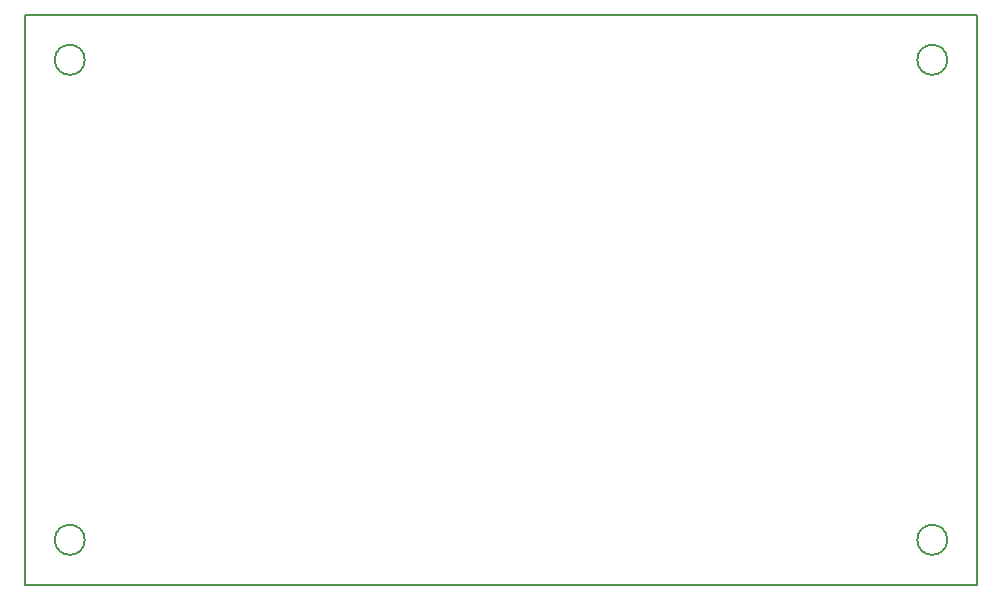
<source format=gbr>
G04 #@! TF.FileFunction,Profile,NP*
%FSLAX46Y46*%
G04 Gerber Fmt 4.6, Leading zero omitted, Abs format (unit mm)*
G04 Created by KiCad (PCBNEW 4.0.7-e2-6376~58~ubuntu16.04.1) date Fri Jun 29 12:06:55 2018*
%MOMM*%
%LPD*%
G01*
G04 APERTURE LIST*
%ADD10C,0.100000*%
%ADD11C,0.150000*%
G04 APERTURE END LIST*
D10*
D11*
X238760000Y-90170000D02*
X238760000Y-41910000D01*
X158115000Y-90170000D02*
X158115000Y-41910000D01*
X158115000Y-90170000D02*
X238760000Y-90170000D01*
X236220000Y-86360000D02*
G75*
G03X236220000Y-86360000I-1270000J0D01*
G01*
X236220000Y-45720000D02*
G75*
G03X236220000Y-45720000I-1270000J0D01*
G01*
X163195000Y-45720000D02*
G75*
G03X163195000Y-45720000I-1270000J0D01*
G01*
X163195000Y-86360000D02*
G75*
G03X163195000Y-86360000I-1270000J0D01*
G01*
X158115000Y-41910000D02*
X238760000Y-41910000D01*
M02*

</source>
